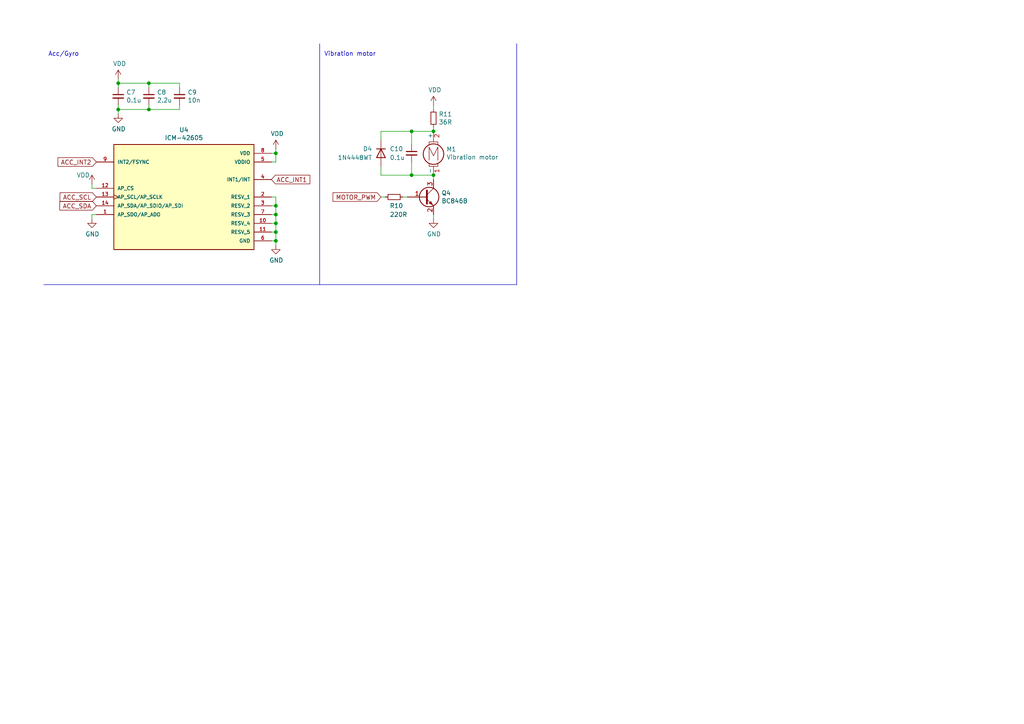
<source format=kicad_sch>
(kicad_sch (version 20230121) (generator eeschema)

  (uuid 6beab481-2447-4ebd-b325-cc8ec36ed2e2)

  (paper "A4")

  (title_block
    (title "Misc.")
  )

  (lib_symbols
    (symbol "Device:C_Small" (pin_numbers hide) (pin_names (offset 0.254) hide) (in_bom yes) (on_board yes)
      (property "Reference" "C" (at 0.254 1.778 0)
        (effects (font (size 1.27 1.27)) (justify left))
      )
      (property "Value" "C_Small" (at 0.254 -2.032 0)
        (effects (font (size 1.27 1.27)) (justify left))
      )
      (property "Footprint" "" (at 0 0 0)
        (effects (font (size 1.27 1.27)) hide)
      )
      (property "Datasheet" "~" (at 0 0 0)
        (effects (font (size 1.27 1.27)) hide)
      )
      (property "ki_keywords" "capacitor cap" (at 0 0 0)
        (effects (font (size 1.27 1.27)) hide)
      )
      (property "ki_description" "Unpolarized capacitor, small symbol" (at 0 0 0)
        (effects (font (size 1.27 1.27)) hide)
      )
      (property "ki_fp_filters" "C_*" (at 0 0 0)
        (effects (font (size 1.27 1.27)) hide)
      )
      (symbol "C_Small_0_1"
        (polyline
          (pts
            (xy -1.524 -0.508)
            (xy 1.524 -0.508)
          )
          (stroke (width 0.3302) (type default))
          (fill (type none))
        )
        (polyline
          (pts
            (xy -1.524 0.508)
            (xy 1.524 0.508)
          )
          (stroke (width 0.3048) (type default))
          (fill (type none))
        )
      )
      (symbol "C_Small_1_1"
        (pin passive line (at 0 2.54 270) (length 2.032)
          (name "~" (effects (font (size 1.27 1.27))))
          (number "1" (effects (font (size 1.27 1.27))))
        )
        (pin passive line (at 0 -2.54 90) (length 2.032)
          (name "~" (effects (font (size 1.27 1.27))))
          (number "2" (effects (font (size 1.27 1.27))))
        )
      )
    )
    (symbol "Device:D" (pin_numbers hide) (pin_names (offset 1.016) hide) (in_bom yes) (on_board yes)
      (property "Reference" "D" (at 0 2.54 0)
        (effects (font (size 1.27 1.27)))
      )
      (property "Value" "D" (at 0 -2.54 0)
        (effects (font (size 1.27 1.27)))
      )
      (property "Footprint" "" (at 0 0 0)
        (effects (font (size 1.27 1.27)) hide)
      )
      (property "Datasheet" "~" (at 0 0 0)
        (effects (font (size 1.27 1.27)) hide)
      )
      (property "Sim.Device" "D" (at 0 0 0)
        (effects (font (size 1.27 1.27)) hide)
      )
      (property "Sim.Pins" "1=K 2=A" (at 0 0 0)
        (effects (font (size 1.27 1.27)) hide)
      )
      (property "ki_keywords" "diode" (at 0 0 0)
        (effects (font (size 1.27 1.27)) hide)
      )
      (property "ki_description" "Diode" (at 0 0 0)
        (effects (font (size 1.27 1.27)) hide)
      )
      (property "ki_fp_filters" "TO-???* *_Diode_* *SingleDiode* D_*" (at 0 0 0)
        (effects (font (size 1.27 1.27)) hide)
      )
      (symbol "D_0_1"
        (polyline
          (pts
            (xy -1.27 1.27)
            (xy -1.27 -1.27)
          )
          (stroke (width 0.254) (type default))
          (fill (type none))
        )
        (polyline
          (pts
            (xy 1.27 0)
            (xy -1.27 0)
          )
          (stroke (width 0) (type default))
          (fill (type none))
        )
        (polyline
          (pts
            (xy 1.27 1.27)
            (xy 1.27 -1.27)
            (xy -1.27 0)
            (xy 1.27 1.27)
          )
          (stroke (width 0.254) (type default))
          (fill (type none))
        )
      )
      (symbol "D_1_1"
        (pin passive line (at -3.81 0 0) (length 2.54)
          (name "K" (effects (font (size 1.27 1.27))))
          (number "1" (effects (font (size 1.27 1.27))))
        )
        (pin passive line (at 3.81 0 180) (length 2.54)
          (name "A" (effects (font (size 1.27 1.27))))
          (number "2" (effects (font (size 1.27 1.27))))
        )
      )
    )
    (symbol "Device:Q_NPN_BEC" (pin_names (offset 0) hide) (in_bom yes) (on_board yes)
      (property "Reference" "Q" (at 5.08 1.27 0)
        (effects (font (size 1.27 1.27)) (justify left))
      )
      (property "Value" "Q_NPN_BEC" (at 5.08 -1.27 0)
        (effects (font (size 1.27 1.27)) (justify left))
      )
      (property "Footprint" "" (at 5.08 2.54 0)
        (effects (font (size 1.27 1.27)) hide)
      )
      (property "Datasheet" "~" (at 0 0 0)
        (effects (font (size 1.27 1.27)) hide)
      )
      (property "ki_keywords" "transistor NPN" (at 0 0 0)
        (effects (font (size 1.27 1.27)) hide)
      )
      (property "ki_description" "NPN transistor, base/emitter/collector" (at 0 0 0)
        (effects (font (size 1.27 1.27)) hide)
      )
      (symbol "Q_NPN_BEC_0_1"
        (polyline
          (pts
            (xy 0.635 0.635)
            (xy 2.54 2.54)
          )
          (stroke (width 0) (type default))
          (fill (type none))
        )
        (polyline
          (pts
            (xy 0.635 -0.635)
            (xy 2.54 -2.54)
            (xy 2.54 -2.54)
          )
          (stroke (width 0) (type default))
          (fill (type none))
        )
        (polyline
          (pts
            (xy 0.635 1.905)
            (xy 0.635 -1.905)
            (xy 0.635 -1.905)
          )
          (stroke (width 0.508) (type default))
          (fill (type none))
        )
        (polyline
          (pts
            (xy 1.27 -1.778)
            (xy 1.778 -1.27)
            (xy 2.286 -2.286)
            (xy 1.27 -1.778)
            (xy 1.27 -1.778)
          )
          (stroke (width 0) (type default))
          (fill (type outline))
        )
        (circle (center 1.27 0) (radius 2.8194)
          (stroke (width 0.254) (type default))
          (fill (type none))
        )
      )
      (symbol "Q_NPN_BEC_1_1"
        (pin input line (at -5.08 0 0) (length 5.715)
          (name "B" (effects (font (size 1.27 1.27))))
          (number "1" (effects (font (size 1.27 1.27))))
        )
        (pin passive line (at 2.54 -5.08 90) (length 2.54)
          (name "E" (effects (font (size 1.27 1.27))))
          (number "2" (effects (font (size 1.27 1.27))))
        )
        (pin passive line (at 2.54 5.08 270) (length 2.54)
          (name "C" (effects (font (size 1.27 1.27))))
          (number "3" (effects (font (size 1.27 1.27))))
        )
      )
    )
    (symbol "Device:R_Small" (pin_numbers hide) (pin_names (offset 0.254) hide) (in_bom yes) (on_board yes)
      (property "Reference" "R" (at 0.762 0.508 0)
        (effects (font (size 1.27 1.27)) (justify left))
      )
      (property "Value" "R_Small" (at 0.762 -1.016 0)
        (effects (font (size 1.27 1.27)) (justify left))
      )
      (property "Footprint" "" (at 0 0 0)
        (effects (font (size 1.27 1.27)) hide)
      )
      (property "Datasheet" "~" (at 0 0 0)
        (effects (font (size 1.27 1.27)) hide)
      )
      (property "ki_keywords" "R resistor" (at 0 0 0)
        (effects (font (size 1.27 1.27)) hide)
      )
      (property "ki_description" "Resistor, small symbol" (at 0 0 0)
        (effects (font (size 1.27 1.27)) hide)
      )
      (property "ki_fp_filters" "R_*" (at 0 0 0)
        (effects (font (size 1.27 1.27)) hide)
      )
      (symbol "R_Small_0_1"
        (rectangle (start -0.762 1.778) (end 0.762 -1.778)
          (stroke (width 0.2032) (type default))
          (fill (type none))
        )
      )
      (symbol "R_Small_1_1"
        (pin passive line (at 0 2.54 270) (length 0.762)
          (name "~" (effects (font (size 1.27 1.27))))
          (number "1" (effects (font (size 1.27 1.27))))
        )
        (pin passive line (at 0 -2.54 90) (length 0.762)
          (name "~" (effects (font (size 1.27 1.27))))
          (number "2" (effects (font (size 1.27 1.27))))
        )
      )
    )
    (symbol "power:GND" (power) (pin_names (offset 0)) (in_bom yes) (on_board yes)
      (property "Reference" "#PWR" (at 0 -6.35 0)
        (effects (font (size 1.27 1.27)) hide)
      )
      (property "Value" "GND" (at 0 -3.81 0)
        (effects (font (size 1.27 1.27)))
      )
      (property "Footprint" "" (at 0 0 0)
        (effects (font (size 1.27 1.27)) hide)
      )
      (property "Datasheet" "" (at 0 0 0)
        (effects (font (size 1.27 1.27)) hide)
      )
      (property "ki_keywords" "global power" (at 0 0 0)
        (effects (font (size 1.27 1.27)) hide)
      )
      (property "ki_description" "Power symbol creates a global label with name \"GND\" , ground" (at 0 0 0)
        (effects (font (size 1.27 1.27)) hide)
      )
      (symbol "GND_0_1"
        (polyline
          (pts
            (xy 0 0)
            (xy 0 -1.27)
            (xy 1.27 -1.27)
            (xy 0 -2.54)
            (xy -1.27 -1.27)
            (xy 0 -1.27)
          )
          (stroke (width 0) (type default))
          (fill (type none))
        )
      )
      (symbol "GND_1_1"
        (pin power_in line (at 0 0 270) (length 0) hide
          (name "GND" (effects (font (size 1.27 1.27))))
          (number "1" (effects (font (size 1.27 1.27))))
        )
      )
    )
    (symbol "power:VDD" (power) (pin_names (offset 0)) (in_bom yes) (on_board yes)
      (property "Reference" "#PWR" (at 0 -3.81 0)
        (effects (font (size 1.27 1.27)) hide)
      )
      (property "Value" "VDD" (at 0 3.81 0)
        (effects (font (size 1.27 1.27)))
      )
      (property "Footprint" "" (at 0 0 0)
        (effects (font (size 1.27 1.27)) hide)
      )
      (property "Datasheet" "" (at 0 0 0)
        (effects (font (size 1.27 1.27)) hide)
      )
      (property "ki_keywords" "global power" (at 0 0 0)
        (effects (font (size 1.27 1.27)) hide)
      )
      (property "ki_description" "Power symbol creates a global label with name \"VDD\"" (at 0 0 0)
        (effects (font (size 1.27 1.27)) hide)
      )
      (symbol "VDD_0_1"
        (polyline
          (pts
            (xy -0.762 1.27)
            (xy 0 2.54)
          )
          (stroke (width 0) (type default))
          (fill (type none))
        )
        (polyline
          (pts
            (xy 0 0)
            (xy 0 2.54)
          )
          (stroke (width 0) (type default))
          (fill (type none))
        )
        (polyline
          (pts
            (xy 0 2.54)
            (xy 0.762 1.27)
          )
          (stroke (width 0) (type default))
          (fill (type none))
        )
      )
      (symbol "VDD_1_1"
        (pin power_in line (at 0 0 90) (length 0) hide
          (name "VDD" (effects (font (size 1.27 1.27))))
          (number "1" (effects (font (size 1.27 1.27))))
        )
      )
    )
    (symbol "smartwatch:ICM-42605" (pin_names (offset 1.016)) (in_bom yes) (on_board yes)
      (property "Reference" "U" (at -20.32 15.24 0)
        (effects (font (size 1.27 1.27)) (justify left bottom))
      )
      (property "Value" "ICM-42605" (at -20.32 -17.78 0)
        (effects (font (size 1.27 1.27)) (justify left bottom))
      )
      (property "Footprint" "PQFN50P300X250X97-14N" (at 0 0 0)
        (effects (font (size 1.27 1.27)) (justify left bottom) hide)
      )
      (property "Datasheet" "" (at 0 0 0)
        (effects (font (size 1.27 1.27)) (justify left bottom) hide)
      )
      (property "MANUFACTURER" "TDK Corporation" (at 0 0 0)
        (effects (font (size 1.27 1.27)) (justify left bottom) hide)
      )
      (property "STANDARD" "IPC 7351B" (at 0 0 0)
        (effects (font (size 1.27 1.27)) (justify left bottom) hide)
      )
      (property "PARTREV" "0.4" (at 0 0 0)
        (effects (font (size 1.27 1.27)) (justify left bottom) hide)
      )
      (property "ki_locked" "" (at 0 0 0)
        (effects (font (size 1.27 1.27)))
      )
      (symbol "ICM-42605_0_0"
        (rectangle (start -20.32 -15.24) (end 20.32 15.24)
          (stroke (width 0.254) (type solid))
          (fill (type background))
        )
        (pin output line (at -25.4 -5.08 0) (length 5.08)
          (name "AP_SDO/AP_ADO" (effects (font (size 1.016 1.016))))
          (number "1" (effects (font (size 1.016 1.016))))
        )
        (pin bidirectional line (at 25.4 -7.62 180) (length 5.08)
          (name "RESV_4" (effects (font (size 1.016 1.016))))
          (number "10" (effects (font (size 1.016 1.016))))
        )
        (pin bidirectional line (at 25.4 -10.16 180) (length 5.08)
          (name "RESV_5" (effects (font (size 1.016 1.016))))
          (number "11" (effects (font (size 1.016 1.016))))
        )
        (pin input line (at -25.4 2.54 0) (length 5.08)
          (name "AP_CS" (effects (font (size 1.016 1.016))))
          (number "12" (effects (font (size 1.016 1.016))))
        )
        (pin input clock (at -25.4 0 0) (length 5.08)
          (name "AP_SCL/AP_SCLK" (effects (font (size 1.016 1.016))))
          (number "13" (effects (font (size 1.016 1.016))))
        )
        (pin bidirectional line (at -25.4 -2.54 0) (length 5.08)
          (name "AP_SDA/AP_SDIO/AP_SDI" (effects (font (size 1.016 1.016))))
          (number "14" (effects (font (size 1.016 1.016))))
        )
        (pin bidirectional line (at 25.4 0 180) (length 5.08)
          (name "RESV_1" (effects (font (size 1.016 1.016))))
          (number "2" (effects (font (size 1.016 1.016))))
        )
        (pin bidirectional line (at 25.4 -2.54 180) (length 5.08)
          (name "RESV_2" (effects (font (size 1.016 1.016))))
          (number "3" (effects (font (size 1.016 1.016))))
        )
        (pin output line (at 25.4 5.08 180) (length 5.08)
          (name "INT1/INT" (effects (font (size 1.016 1.016))))
          (number "4" (effects (font (size 1.016 1.016))))
        )
        (pin power_in line (at 25.4 10.16 180) (length 5.08)
          (name "VDDIO" (effects (font (size 1.016 1.016))))
          (number "5" (effects (font (size 1.016 1.016))))
        )
        (pin power_in line (at 25.4 -12.7 180) (length 5.08)
          (name "GND" (effects (font (size 1.016 1.016))))
          (number "6" (effects (font (size 1.016 1.016))))
        )
        (pin bidirectional line (at 25.4 -5.08 180) (length 5.08)
          (name "RESV_3" (effects (font (size 1.016 1.016))))
          (number "7" (effects (font (size 1.016 1.016))))
        )
        (pin power_in line (at 25.4 12.7 180) (length 5.08)
          (name "VDD" (effects (font (size 1.016 1.016))))
          (number "8" (effects (font (size 1.016 1.016))))
        )
        (pin bidirectional line (at -25.4 10.16 0) (length 5.08)
          (name "INT2/FSYNC" (effects (font (size 1.016 1.016))))
          (number "9" (effects (font (size 1.016 1.016))))
        )
      )
    )
    (symbol "smartwatch:Vibration_Motor" (pin_names (offset 0)) (in_bom yes) (on_board yes)
      (property "Reference" "M" (at 2.54 2.54 0)
        (effects (font (size 1.27 1.27)) (justify left))
      )
      (property "Value" "Vibration_Motor" (at 2.54 -5.08 0)
        (effects (font (size 1.27 1.27)) (justify left top))
      )
      (property "Footprint" "" (at 0 -2.286 0)
        (effects (font (size 1.27 1.27)) hide)
      )
      (property "Datasheet" "~" (at 0 -2.286 0)
        (effects (font (size 1.27 1.27)) hide)
      )
      (property "ki_keywords" "DC Motor" (at 0 0 0)
        (effects (font (size 1.27 1.27)) hide)
      )
      (property "ki_description" "DC Motor, alternative symbol" (at 0 0 0)
        (effects (font (size 1.27 1.27)) hide)
      )
      (property "ki_fp_filters" "PinHeader*P2.54mm* TerminalBlock*" (at 0 0 0)
        (effects (font (size 1.27 1.27)) hide)
      )
      (symbol "Vibration_Motor_0_0"
        (circle (center 0 -1.524) (radius 2.9718)
          (stroke (width 0.254) (type solid))
          (fill (type none))
        )
        (polyline
          (pts
            (xy -1.27 -4.318)
            (xy -1.27 -5.08)
            (xy 1.27 -5.08)
            (xy 1.27 -4.318)
          )
          (stroke (width 0) (type solid))
          (fill (type none))
        )
        (polyline
          (pts
            (xy -1.27 1.27)
            (xy -1.27 2.032)
            (xy 1.27 2.032)
            (xy 1.27 1.27)
          )
          (stroke (width 0) (type solid))
          (fill (type none))
        )
        (polyline
          (pts
            (xy -1.27 -3.302)
            (xy -1.27 0.508)
            (xy 0 -2.032)
            (xy 1.27 0.508)
            (xy 1.27 -3.302)
          )
          (stroke (width 0) (type solid))
          (fill (type none))
        )
      )
      (symbol "Vibration_Motor_0_1"
        (polyline
          (pts
            (xy 0 2.032)
            (xy 0 2.54)
          )
          (stroke (width 0) (type solid))
          (fill (type none))
        )
      )
      (symbol "Vibration_Motor_1_1"
        (pin passive line (at 0 -7.62 90) (length 2.54)
          (name "-" (effects (font (size 1.27 1.27))))
          (number "1" (effects (font (size 1.27 1.27))))
        )
        (pin passive line (at 0 5.08 270) (length 2.54)
          (name "+" (effects (font (size 1.27 1.27))))
          (number "2" (effects (font (size 1.27 1.27))))
        )
      )
    )
  )

  (junction (at 43.18 31.75) (diameter 0) (color 0 0 0 0)
    (uuid 1e5b65a9-6915-46ff-8e6c-2a6a36feafb3)
  )
  (junction (at 80.01 62.23) (diameter 0) (color 0 0 0 0)
    (uuid 21b10abc-ab88-4521-bef6-8ed44e506bf0)
  )
  (junction (at 34.29 24.13) (diameter 0) (color 0 0 0 0)
    (uuid 5969d6e7-eb47-468f-b18f-c58d3e0174da)
  )
  (junction (at 34.29 31.75) (diameter 0) (color 0 0 0 0)
    (uuid 6414e136-caff-4d91-a008-451aee6f21c4)
  )
  (junction (at 119.38 50.8) (diameter 0) (color 0 0 0 0)
    (uuid 66099dc1-6dd6-4fc0-aa9a-b05a5bf70697)
  )
  (junction (at 119.38 38.1) (diameter 0) (color 0 0 0 0)
    (uuid 6e6dd6e4-c505-46ff-9d9a-98952aa011dd)
  )
  (junction (at 43.18 24.13) (diameter 0) (color 0 0 0 0)
    (uuid 775bc70c-1fb6-4365-9deb-2611f928fbf4)
  )
  (junction (at 80.01 64.77) (diameter 0) (color 0 0 0 0)
    (uuid 7acd964f-1b05-4877-990f-4f7df50e3894)
  )
  (junction (at 80.01 44.45) (diameter 0) (color 0 0 0 0)
    (uuid 865cb7dd-03cb-42c3-a60e-705a463621ad)
  )
  (junction (at 125.73 38.1) (diameter 0) (color 0 0 0 0)
    (uuid 93a7b713-e43e-4ae2-bea5-e43f398754f1)
  )
  (junction (at 80.01 69.85) (diameter 0) (color 0 0 0 0)
    (uuid 974f6609-64fd-4654-a7ba-4f170b9d2bb8)
  )
  (junction (at 80.01 67.31) (diameter 0) (color 0 0 0 0)
    (uuid 9f3f5a74-136f-4c66-b373-074e3c58d843)
  )
  (junction (at 125.73 50.8) (diameter 0) (color 0 0 0 0)
    (uuid adaca260-466a-4c44-8342-fac565f6340f)
  )
  (junction (at 80.01 59.69) (diameter 0) (color 0 0 0 0)
    (uuid dfbc8e8a-c77e-435c-887d-963cffaabf08)
  )

  (wire (pts (xy 125.73 50.8) (xy 125.73 52.07))
    (stroke (width 0) (type default))
    (uuid 01876659-dccd-491c-b3f8-dbedbd3f2f3c)
  )
  (wire (pts (xy 110.49 50.8) (xy 110.49 48.26))
    (stroke (width 0) (type default))
    (uuid 0aaa94b5-9d1a-438d-b652-7e53f339e96c)
  )
  (wire (pts (xy 26.67 54.61) (xy 27.94 54.61))
    (stroke (width 0) (type default))
    (uuid 0bdc93cd-daf6-440a-b03f-7267a8005f96)
  )
  (wire (pts (xy 27.94 62.23) (xy 26.67 62.23))
    (stroke (width 0) (type default))
    (uuid 11b041e4-e95c-47b6-9789-155bb8cc0fa6)
  )
  (wire (pts (xy 80.01 67.31) (xy 80.01 69.85))
    (stroke (width 0) (type default))
    (uuid 12765702-a9a7-4cc6-a150-22f124b453a2)
  )
  (wire (pts (xy 78.74 44.45) (xy 80.01 44.45))
    (stroke (width 0) (type default))
    (uuid 16163179-9516-4bae-ada6-c6c7b69d45f8)
  )
  (wire (pts (xy 119.38 50.8) (xy 110.49 50.8))
    (stroke (width 0) (type default))
    (uuid 19bc5dc5-89d4-4f59-bd37-4882a62ce510)
  )
  (wire (pts (xy 78.74 64.77) (xy 80.01 64.77))
    (stroke (width 0) (type default))
    (uuid 1d212086-9fb1-4cb5-ad35-f99da25f1e76)
  )
  (wire (pts (xy 119.38 46.99) (xy 119.38 50.8))
    (stroke (width 0) (type default))
    (uuid 22e3b140-b670-4584-803f-7dae41a14437)
  )
  (wire (pts (xy 34.29 25.4) (xy 34.29 24.13))
    (stroke (width 0) (type default))
    (uuid 26179c50-7f96-496d-8e79-eeb79c84898d)
  )
  (wire (pts (xy 78.74 62.23) (xy 80.01 62.23))
    (stroke (width 0) (type default))
    (uuid 279fac92-9cf4-4d71-b5db-93a0bf6e58c2)
  )
  (wire (pts (xy 80.01 44.45) (xy 80.01 43.18))
    (stroke (width 0) (type default))
    (uuid 47c8b135-2120-4412-ba32-dc92cac7c825)
  )
  (wire (pts (xy 43.18 24.13) (xy 52.07 24.13))
    (stroke (width 0) (type default))
    (uuid 493348de-7757-44d2-aa72-e01afdcf21c1)
  )
  (polyline (pts (xy 149.86 82.55) (xy 149.86 12.7))
    (stroke (width 0) (type default))
    (uuid 49fb48b6-7243-47b4-b587-40c94b2c0068)
  )

  (wire (pts (xy 80.01 46.99) (xy 78.74 46.99))
    (stroke (width 0) (type default))
    (uuid 57268db7-a30f-48c7-a412-b27c92a5a9f4)
  )
  (wire (pts (xy 110.49 38.1) (xy 110.49 40.64))
    (stroke (width 0) (type default))
    (uuid 57555317-3b18-4a3a-a7d6-3b1fc2625bca)
  )
  (wire (pts (xy 78.74 67.31) (xy 80.01 67.31))
    (stroke (width 0) (type default))
    (uuid 628ba976-b6ec-4687-9f11-6505cb89e2ae)
  )
  (wire (pts (xy 78.74 59.69) (xy 80.01 59.69))
    (stroke (width 0) (type default))
    (uuid 630255fb-50ef-4b51-bc7a-16d567ed212f)
  )
  (wire (pts (xy 34.29 33.02) (xy 34.29 31.75))
    (stroke (width 0) (type default))
    (uuid 65efb51c-7b56-4a80-aea8-fc03cc698548)
  )
  (wire (pts (xy 78.74 57.15) (xy 80.01 57.15))
    (stroke (width 0) (type default))
    (uuid 719c0af4-4923-4361-aeef-85b3553cb467)
  )
  (wire (pts (xy 111.76 57.15) (xy 110.49 57.15))
    (stroke (width 0) (type default))
    (uuid 758d6aa2-08a4-4497-a097-6d2b25986c4d)
  )
  (wire (pts (xy 118.11 57.15) (xy 116.84 57.15))
    (stroke (width 0) (type default))
    (uuid 75b1924f-9f8a-4e1b-9f53-b6ffa5427ba6)
  )
  (wire (pts (xy 80.01 59.69) (xy 80.01 62.23))
    (stroke (width 0) (type default))
    (uuid 76ee8ba4-260f-4419-99e4-693712931d4c)
  )
  (wire (pts (xy 34.29 24.13) (xy 43.18 24.13))
    (stroke (width 0) (type default))
    (uuid 78014fd7-b0f2-456e-8979-d84366cd747a)
  )
  (wire (pts (xy 80.01 64.77) (xy 80.01 67.31))
    (stroke (width 0) (type default))
    (uuid 792f8148-2710-40e6-829d-507a93b3b691)
  )
  (wire (pts (xy 43.18 30.48) (xy 43.18 31.75))
    (stroke (width 0) (type default))
    (uuid 7a57fc11-b5a0-4c2d-a82e-4b2021032d25)
  )
  (wire (pts (xy 125.73 30.48) (xy 125.73 31.75))
    (stroke (width 0) (type default))
    (uuid 8070d469-9370-48e5-b166-484ec4c1b772)
  )
  (wire (pts (xy 80.01 69.85) (xy 80.01 71.12))
    (stroke (width 0) (type default))
    (uuid 85f851c0-172c-4a15-b895-a87e2e5b98f5)
  )
  (wire (pts (xy 34.29 31.75) (xy 34.29 30.48))
    (stroke (width 0) (type default))
    (uuid 885a6477-2a3e-41c0-92c3-ee9712921a71)
  )
  (wire (pts (xy 125.73 62.23) (xy 125.73 63.5))
    (stroke (width 0) (type default))
    (uuid 9c189778-632a-48bc-b6ca-98c1f747aa6a)
  )
  (wire (pts (xy 52.07 31.75) (xy 52.07 30.48))
    (stroke (width 0) (type default))
    (uuid a8528790-47ff-451d-902c-d037d0138b74)
  )
  (polyline (pts (xy 12.7 82.55) (xy 149.86 82.55))
    (stroke (width 0) (type default))
    (uuid ad15cc1f-f1ba-48c2-a4b4-826ade87e45c)
  )

  (wire (pts (xy 80.01 62.23) (xy 80.01 64.77))
    (stroke (width 0) (type default))
    (uuid add4c7b6-9d40-4c6e-ad70-5e4dca274a43)
  )
  (wire (pts (xy 43.18 31.75) (xy 52.07 31.75))
    (stroke (width 0) (type default))
    (uuid b9de7966-846d-4f94-86e6-3e2e23dea4bf)
  )
  (wire (pts (xy 119.38 41.91) (xy 119.38 38.1))
    (stroke (width 0) (type default))
    (uuid bfb991a2-5c8a-41de-b8fc-897782050d22)
  )
  (wire (pts (xy 119.38 38.1) (xy 110.49 38.1))
    (stroke (width 0) (type default))
    (uuid c5266151-996b-4433-8019-55082cb744a8)
  )
  (wire (pts (xy 52.07 24.13) (xy 52.07 25.4))
    (stroke (width 0) (type default))
    (uuid c9871bc0-74ca-45ae-a0ff-497b892bab7b)
  )
  (wire (pts (xy 80.01 57.15) (xy 80.01 59.69))
    (stroke (width 0) (type default))
    (uuid c9d4038a-e15b-4f77-80cc-2eac84231e53)
  )
  (wire (pts (xy 119.38 38.1) (xy 125.73 38.1))
    (stroke (width 0) (type default))
    (uuid c9dea398-2f08-43c8-8baf-322a2f9af41f)
  )
  (wire (pts (xy 34.29 31.75) (xy 43.18 31.75))
    (stroke (width 0) (type default))
    (uuid d71a8aa0-ba90-480f-81d2-7cc2edcd02b9)
  )
  (polyline (pts (xy 92.71 82.55) (xy 92.71 12.7))
    (stroke (width 0) (type default))
    (uuid dad3a5cd-5a5b-4f69-a684-e9c72da587a3)
  )

  (wire (pts (xy 43.18 24.13) (xy 43.18 25.4))
    (stroke (width 0) (type default))
    (uuid dc3e89a8-2205-4983-b3dd-a3e5d165a883)
  )
  (wire (pts (xy 78.74 69.85) (xy 80.01 69.85))
    (stroke (width 0) (type default))
    (uuid e864e62b-0e6d-428a-bcad-ffcdf6238ece)
  )
  (wire (pts (xy 26.67 62.23) (xy 26.67 63.5))
    (stroke (width 0) (type default))
    (uuid ee89c6c9-e2c3-47e0-8c43-0144fc745204)
  )
  (wire (pts (xy 80.01 44.45) (xy 80.01 46.99))
    (stroke (width 0) (type default))
    (uuid f1890624-acaf-461b-a99c-23529c64eaef)
  )
  (wire (pts (xy 34.29 22.86) (xy 34.29 24.13))
    (stroke (width 0) (type default))
    (uuid f1a186ec-339c-4caa-8b1d-83e1b6c591e4)
  )
  (wire (pts (xy 125.73 36.83) (xy 125.73 38.1))
    (stroke (width 0) (type default))
    (uuid f22a99cf-6b5d-4743-a979-9b1669b29404)
  )
  (wire (pts (xy 26.67 53.34) (xy 26.67 54.61))
    (stroke (width 0) (type default))
    (uuid f406a8bb-dbf3-435d-bcfe-0901d8667ca0)
  )
  (wire (pts (xy 125.73 50.8) (xy 119.38 50.8))
    (stroke (width 0) (type default))
    (uuid fcf89830-2f32-48f7-99c6-6c194fcb81be)
  )

  (text "Acc/Gyro" (at 13.97 16.51 0)
    (effects (font (size 1.27 1.27)) (justify left bottom))
    (uuid 0813c58c-1937-4598-91bc-0ee9da4731e2)
  )
  (text "Vibration motor" (at 93.98 16.51 0)
    (effects (font (size 1.27 1.27)) (justify left bottom))
    (uuid 842f563d-97ae-4fb2-87c2-6630eef10592)
  )

  (global_label "ACC_INT1" (shape input) (at 78.74 52.07 0)
    (effects (font (size 1.27 1.27)) (justify left))
    (uuid 31bd2ace-3534-4ee2-9856-0c4973052fc2)
    (property "Intersheetrefs" "${INTERSHEET_REFS}" (at 78.74 52.07 0)
      (effects (font (size 1.27 1.27)) hide)
    )
  )
  (global_label "ACC_SCL" (shape input) (at 27.94 57.15 180)
    (effects (font (size 1.27 1.27)) (justify right))
    (uuid 64dd4810-f49e-4c9a-97d0-069daf8935ab)
    (property "Intersheetrefs" "${INTERSHEET_REFS}" (at 27.94 57.15 0)
      (effects (font (size 1.27 1.27)) hide)
    )
  )
  (global_label "ACC_SDA" (shape input) (at 27.94 59.69 180)
    (effects (font (size 1.27 1.27)) (justify right))
    (uuid 95d2e12f-47a1-4038-9baf-fcd88899bd90)
    (property "Intersheetrefs" "${INTERSHEET_REFS}" (at 27.94 59.69 0)
      (effects (font (size 1.27 1.27)) hide)
    )
  )
  (global_label "MOTOR_PWM" (shape input) (at 110.49 57.15 180)
    (effects (font (size 1.27 1.27)) (justify right))
    (uuid b9f89b8b-aea6-4791-87f1-8c5a971f4803)
    (property "Intersheetrefs" "${INTERSHEET_REFS}" (at 110.49 57.15 0)
      (effects (font (size 1.27 1.27)) hide)
    )
  )
  (global_label "ACC_INT2" (shape input) (at 27.94 46.99 180)
    (effects (font (size 1.27 1.27)) (justify right))
    (uuid d4d7ec65-4ea7-47f7-b83e-34e8c94b985a)
    (property "Intersheetrefs" "${INTERSHEET_REFS}" (at 27.94 46.99 0)
      (effects (font (size 1.27 1.27)) hide)
    )
  )

  (symbol (lib_id "smartwatch:Vibration_Motor") (at 125.73 43.18 0) (unit 1)
    (in_bom yes) (on_board yes) (dnp no)
    (uuid 00000000-0000-0000-0000-000060c4729c)
    (property "Reference" "M1" (at 129.4638 43.2816 0)
      (effects (font (size 1.27 1.27)) (justify left))
    )
    (property "Value" "Vibration motor" (at 129.4638 45.593 0)
      (effects (font (size 1.27 1.27)) (justify left))
    )
    (property "Footprint" "smartwatch:Battery_Pads" (at 125.73 45.466 0)
      (effects (font (size 1.27 1.27)) hide)
    )
    (property "Datasheet" "~" (at 125.73 45.466 0)
      (effects (font (size 1.27 1.27)) hide)
    )
    (pin "1" (uuid 2ca5906c-2bb9-4449-a5a7-1e98b32557cd))
    (pin "2" (uuid 256d65c2-904f-43f0-8590-ed3a4522f5e9))
    (instances
      (project "SmartWatch"
        (path "/6a040108-939a-4ebd-8207-895e1f432dc7/00000000-0000-0000-0000-000060c3efbc"
          (reference "M1") (unit 1)
        )
      )
    )
  )

  (symbol (lib_id "Device:R_Small") (at 125.73 34.29 0) (unit 1)
    (in_bom yes) (on_board yes) (dnp no)
    (uuid 00000000-0000-0000-0000-000060c472a2)
    (property "Reference" "R11" (at 127.2286 33.1216 0)
      (effects (font (size 1.27 1.27)) (justify left))
    )
    (property "Value" "36R" (at 127.2286 35.433 0)
      (effects (font (size 1.27 1.27)) (justify left))
    )
    (property "Footprint" "Resistor_SMD:R_0603_1608Metric" (at 125.73 34.29 0)
      (effects (font (size 1.27 1.27)) hide)
    )
    (property "Datasheet" "~" (at 125.73 34.29 0)
      (effects (font (size 1.27 1.27)) hide)
    )
    (pin "1" (uuid 56659102-992d-4235-b2ed-9c50f0fcc8dc))
    (pin "2" (uuid b572bdab-9cec-4103-8075-c01f98defb33))
    (instances
      (project "SmartWatch"
        (path "/6a040108-939a-4ebd-8207-895e1f432dc7/00000000-0000-0000-0000-000060c3efbc"
          (reference "R11") (unit 1)
        )
      )
    )
  )

  (symbol (lib_id "power:VDD") (at 125.73 30.48 0) (unit 1)
    (in_bom yes) (on_board yes) (dnp no)
    (uuid 00000000-0000-0000-0000-000060c472a9)
    (property "Reference" "#PWR040" (at 125.73 34.29 0)
      (effects (font (size 1.27 1.27)) hide)
    )
    (property "Value" "VDD" (at 126.111 26.0858 0)
      (effects (font (size 1.27 1.27)))
    )
    (property "Footprint" "" (at 125.73 30.48 0)
      (effects (font (size 1.27 1.27)) hide)
    )
    (property "Datasheet" "" (at 125.73 30.48 0)
      (effects (font (size 1.27 1.27)) hide)
    )
    (pin "1" (uuid deabafda-e48e-40ee-bba1-e2687286ec98))
  )

  (symbol (lib_id "Device:Q_NPN_BEC") (at 123.19 57.15 0) (unit 1)
    (in_bom yes) (on_board yes) (dnp no)
    (uuid 00000000-0000-0000-0000-000060c472b0)
    (property "Reference" "Q4" (at 128.0414 55.9816 0)
      (effects (font (size 1.27 1.27)) (justify left))
    )
    (property "Value" "BC846B" (at 128.0414 58.293 0)
      (effects (font (size 1.27 1.27)) (justify left))
    )
    (property "Footprint" "Package_TO_SOT_SMD:SOT-23" (at 128.27 54.61 0)
      (effects (font (size 1.27 1.27)) hide)
    )
    (property "Datasheet" "https://4donline.ihs.com/images/VipMasterIC/IC/DIOD/DIODS20710/DIODS20710-1.pdf?hkey=52A5661711E402568146F3353EA87419" (at 123.19 57.15 0)
      (effects (font (size 1.27 1.27)) hide)
    )
    (pin "1" (uuid d226d7aa-3b82-4a6f-9277-d771686e01af))
    (pin "2" (uuid 97190b05-9d21-4819-945d-f9f4f4c20a92))
    (pin "3" (uuid 68452b9f-b570-4750-8d8b-1f2aed73ea5a))
    (instances
      (project "SmartWatch"
        (path "/6a040108-939a-4ebd-8207-895e1f432dc7/00000000-0000-0000-0000-000060c3efbc"
          (reference "Q4") (unit 1)
        )
      )
    )
  )

  (symbol (lib_id "Device:R_Small") (at 114.3 57.15 270) (unit 1)
    (in_bom yes) (on_board yes) (dnp no)
    (uuid 00000000-0000-0000-0000-000060c472b7)
    (property "Reference" "R10" (at 113.03 59.69 90)
      (effects (font (size 1.27 1.27)) (justify left))
    )
    (property "Value" "220R" (at 113.03 62.23 90)
      (effects (font (size 1.27 1.27)) (justify left))
    )
    (property "Footprint" "Resistor_SMD:R_0402_1005Metric" (at 114.3 57.15 0)
      (effects (font (size 1.27 1.27)) hide)
    )
    (property "Datasheet" "~" (at 114.3 57.15 0)
      (effects (font (size 1.27 1.27)) hide)
    )
    (pin "1" (uuid cd0c461a-946f-4ebe-8f7e-f818f143661b))
    (pin "2" (uuid b6e0c178-c9b2-4890-a345-99ca519ce0c2))
    (instances
      (project "SmartWatch"
        (path "/6a040108-939a-4ebd-8207-895e1f432dc7/00000000-0000-0000-0000-000060c3efbc"
          (reference "R10") (unit 1)
        )
      )
    )
  )

  (symbol (lib_id "power:GND") (at 125.73 63.5 0) (unit 1)
    (in_bom yes) (on_board yes) (dnp no)
    (uuid 00000000-0000-0000-0000-000060c472c0)
    (property "Reference" "#PWR041" (at 125.73 69.85 0)
      (effects (font (size 1.27 1.27)) hide)
    )
    (property "Value" "GND" (at 125.857 67.8942 0)
      (effects (font (size 1.27 1.27)))
    )
    (property "Footprint" "" (at 125.73 63.5 0)
      (effects (font (size 1.27 1.27)) hide)
    )
    (property "Datasheet" "" (at 125.73 63.5 0)
      (effects (font (size 1.27 1.27)) hide)
    )
    (pin "1" (uuid b8ec4132-dfcb-4dce-953b-ed2bc90bd57d))
  )

  (symbol (lib_id "Device:D") (at 110.49 44.45 270) (unit 1)
    (in_bom yes) (on_board yes) (dnp no)
    (uuid 00000000-0000-0000-0000-000060c472c7)
    (property "Reference" "D4" (at 107.95 43.18 90)
      (effects (font (size 1.27 1.27)) (justify right))
    )
    (property "Value" "1N4448WT" (at 107.95 45.72 90)
      (effects (font (size 1.27 1.27)) (justify right))
    )
    (property "Footprint" "smartwatch:SOD-523F" (at 110.49 44.45 0)
      (effects (font (size 1.27 1.27)) hide)
    )
    (property "Datasheet" "https://www.mouser.ee/datasheet/2/308/1N914BWT_D-2309108.pdf" (at 110.49 44.45 0)
      (effects (font (size 1.27 1.27)) hide)
    )
    (pin "1" (uuid 24544018-aadd-4c4b-a346-7f243e137f93))
    (pin "2" (uuid 694b8d04-ffac-42e9-97df-1b46b167e17c))
    (instances
      (project "SmartWatch"
        (path "/6a040108-939a-4ebd-8207-895e1f432dc7/00000000-0000-0000-0000-000060c3efbc"
          (reference "D4") (unit 1)
        )
      )
    )
  )

  (symbol (lib_id "Device:C_Small") (at 119.38 44.45 0) (unit 1)
    (in_bom yes) (on_board yes) (dnp no)
    (uuid 00000000-0000-0000-0000-000060c472cd)
    (property "Reference" "C10" (at 113.03 43.18 0)
      (effects (font (size 1.27 1.27)) (justify left))
    )
    (property "Value" "0.1u" (at 113.03 45.72 0)
      (effects (font (size 1.27 1.27)) (justify left))
    )
    (property "Footprint" "Capacitor_SMD:C_0603_1608Metric" (at 119.38 44.45 0)
      (effects (font (size 1.27 1.27)) hide)
    )
    (property "Datasheet" "~" (at 119.38 44.45 0)
      (effects (font (size 1.27 1.27)) hide)
    )
    (pin "1" (uuid c08b7b33-0943-4231-8767-12fbbd581449))
    (pin "2" (uuid 0bc526b4-00bc-4081-a887-79646ffd8628))
    (instances
      (project "SmartWatch"
        (path "/6a040108-939a-4ebd-8207-895e1f432dc7/00000000-0000-0000-0000-000060c3efbc"
          (reference "C10") (unit 1)
        )
      )
    )
  )

  (symbol (lib_id "smartwatch:ICM-42605") (at 53.34 57.15 0) (unit 1)
    (in_bom yes) (on_board yes) (dnp no)
    (uuid 00000000-0000-0000-0000-000060c472e2)
    (property "Reference" "U4" (at 53.34 37.6682 0)
      (effects (font (size 1.27 1.27)))
    )
    (property "Value" "ICM-42605" (at 53.34 39.9796 0)
      (effects (font (size 1.27 1.27)))
    )
    (property "Footprint" "smartwatch:PQFN50P300X250X97-14N" (at 53.34 57.15 0)
      (effects (font (size 1.27 1.27)) (justify left bottom) hide)
    )
    (property "Datasheet" "https://3cfeqx1hf82y3xcoull08ihx-wpengine.netdna-ssl.com/wp-content/uploads/2020/09/DS-000292-ICM-42605-v1.5.pdf" (at 53.34 57.15 0)
      (effects (font (size 1.27 1.27)) (justify left bottom) hide)
    )
    (property "MANUFACTURER" "TDK Corporation" (at 53.34 57.15 0)
      (effects (font (size 1.27 1.27)) (justify left bottom) hide)
    )
    (property "STANDARD" "IPC 7351B" (at 53.34 57.15 0)
      (effects (font (size 1.27 1.27)) (justify left bottom) hide)
    )
    (property "PARTREV" "0.4" (at 53.34 57.15 0)
      (effects (font (size 1.27 1.27)) (justify left bottom) hide)
    )
    (pin "1" (uuid 5df7663c-ef86-4642-b859-f3d0bca50564))
    (pin "10" (uuid e5e00448-9af0-4bfe-a013-25fc87c279d2))
    (pin "11" (uuid ca5654c8-7cf1-4ad2-abe1-0ac622dd3bc9))
    (pin "12" (uuid ae3bc849-d64c-40c2-a03d-bdc1ed218edc))
    (pin "13" (uuid f00d03cd-5ef8-4d41-8a53-85ef1dffe336))
    (pin "14" (uuid 95cc34ca-7059-4417-8146-9c65f309675e))
    (pin "2" (uuid 43c9254a-ae7b-4e4f-a4da-5a0822905044))
    (pin "3" (uuid ae3d3200-7c5e-4e51-b0d9-e2d983eb6219))
    (pin "4" (uuid f38c6d3c-1768-4243-8884-18c3c8b38a45))
    (pin "5" (uuid 59cd15d9-6b60-44a8-8cc8-3c7f7c5fc3bd))
    (pin "6" (uuid ab384473-880d-47aa-a395-fc1e6338ef48))
    (pin "7" (uuid f9a2e1c1-0de8-49be-be7d-934b25ad0531))
    (pin "8" (uuid e469c858-655b-448a-a012-bfed80b9a0c1))
    (pin "9" (uuid c2fa0ab0-79c6-4648-89d9-724a1a283dd3))
    (instances
      (project "SmartWatch"
        (path "/6a040108-939a-4ebd-8207-895e1f432dc7/00000000-0000-0000-0000-000060c3efbc"
          (reference "U4") (unit 1)
        )
      )
    )
  )

  (symbol (lib_id "power:GND") (at 80.01 71.12 0) (unit 1)
    (in_bom yes) (on_board yes) (dnp no)
    (uuid 00000000-0000-0000-0000-000060c472e8)
    (property "Reference" "#PWR039" (at 80.01 77.47 0)
      (effects (font (size 1.27 1.27)) hide)
    )
    (property "Value" "GND" (at 80.137 75.5142 0)
      (effects (font (size 1.27 1.27)))
    )
    (property "Footprint" "" (at 80.01 71.12 0)
      (effects (font (size 1.27 1.27)) hide)
    )
    (property "Datasheet" "" (at 80.01 71.12 0)
      (effects (font (size 1.27 1.27)) hide)
    )
    (pin "1" (uuid e114d36b-8d7c-4085-8afa-787dd172effa))
  )

  (symbol (lib_id "power:GND") (at 26.67 63.5 0) (unit 1)
    (in_bom yes) (on_board yes) (dnp no)
    (uuid 00000000-0000-0000-0000-000060c47301)
    (property "Reference" "#PWR035" (at 26.67 69.85 0)
      (effects (font (size 1.27 1.27)) hide)
    )
    (property "Value" "GND" (at 26.797 67.8942 0)
      (effects (font (size 1.27 1.27)))
    )
    (property "Footprint" "" (at 26.67 63.5 0)
      (effects (font (size 1.27 1.27)) hide)
    )
    (property "Datasheet" "" (at 26.67 63.5 0)
      (effects (font (size 1.27 1.27)) hide)
    )
    (pin "1" (uuid c781b20d-8e03-46d9-9bcf-bebf3d994d08))
  )

  (symbol (lib_id "power:VDD") (at 80.01 43.18 0) (unit 1)
    (in_bom yes) (on_board yes) (dnp no)
    (uuid 00000000-0000-0000-0000-000060c47309)
    (property "Reference" "#PWR038" (at 80.01 46.99 0)
      (effects (font (size 1.27 1.27)) hide)
    )
    (property "Value" "VDD" (at 80.391 38.7858 0)
      (effects (font (size 1.27 1.27)))
    )
    (property "Footprint" "" (at 80.01 43.18 0)
      (effects (font (size 1.27 1.27)) hide)
    )
    (property "Datasheet" "" (at 80.01 43.18 0)
      (effects (font (size 1.27 1.27)) hide)
    )
    (pin "1" (uuid dd1017cf-c2b6-445d-968a-e2e5591fcbc6))
  )

  (symbol (lib_id "power:VDD") (at 34.29 22.86 0) (unit 1)
    (in_bom yes) (on_board yes) (dnp no)
    (uuid 00000000-0000-0000-0000-000060c47314)
    (property "Reference" "#PWR036" (at 34.29 26.67 0)
      (effects (font (size 1.27 1.27)) hide)
    )
    (property "Value" "VDD" (at 34.671 18.4658 0)
      (effects (font (size 1.27 1.27)))
    )
    (property "Footprint" "" (at 34.29 22.86 0)
      (effects (font (size 1.27 1.27)) hide)
    )
    (property "Datasheet" "" (at 34.29 22.86 0)
      (effects (font (size 1.27 1.27)) hide)
    )
    (pin "1" (uuid 66bbda52-20ea-4348-9d88-b43c779efe41))
  )

  (symbol (lib_id "power:GND") (at 34.29 33.02 0) (unit 1)
    (in_bom yes) (on_board yes) (dnp no)
    (uuid 00000000-0000-0000-0000-000060c4731a)
    (property "Reference" "#PWR037" (at 34.29 39.37 0)
      (effects (font (size 1.27 1.27)) hide)
    )
    (property "Value" "GND" (at 34.417 37.4142 0)
      (effects (font (size 1.27 1.27)))
    )
    (property "Footprint" "" (at 34.29 33.02 0)
      (effects (font (size 1.27 1.27)) hide)
    )
    (property "Datasheet" "" (at 34.29 33.02 0)
      (effects (font (size 1.27 1.27)) hide)
    )
    (pin "1" (uuid 607429c8-735f-438e-aeb5-59b154756798))
  )

  (symbol (lib_id "Device:C_Small") (at 34.29 27.94 0) (unit 1)
    (in_bom yes) (on_board yes) (dnp no)
    (uuid 00000000-0000-0000-0000-000060c47320)
    (property "Reference" "C7" (at 36.6268 26.7716 0)
      (effects (font (size 1.27 1.27)) (justify left))
    )
    (property "Value" "0.1u" (at 36.6268 29.083 0)
      (effects (font (size 1.27 1.27)) (justify left))
    )
    (property "Footprint" "Capacitor_SMD:C_0402_1005Metric" (at 34.29 27.94 0)
      (effects (font (size 1.27 1.27)) hide)
    )
    (property "Datasheet" "~" (at 34.29 27.94 0)
      (effects (font (size 1.27 1.27)) hide)
    )
    (pin "1" (uuid fd820ba3-5731-4d3c-9ff3-4891df7623a7))
    (pin "2" (uuid 9b86a3dd-a13c-42a0-8610-f53eb43b23ef))
    (instances
      (project "SmartWatch"
        (path "/6a040108-939a-4ebd-8207-895e1f432dc7/00000000-0000-0000-0000-000060c3efbc"
          (reference "C7") (unit 1)
        )
      )
    )
  )

  (symbol (lib_id "Device:C_Small") (at 43.18 27.94 0) (unit 1)
    (in_bom yes) (on_board yes) (dnp no)
    (uuid 00000000-0000-0000-0000-000060c47326)
    (property "Reference" "C8" (at 45.5168 26.7716 0)
      (effects (font (size 1.27 1.27)) (justify left))
    )
    (property "Value" "2.2u" (at 45.5168 29.083 0)
      (effects (font (size 1.27 1.27)) (justify left))
    )
    (property "Footprint" "Capacitor_SMD:C_0402_1005Metric" (at 43.18 27.94 0)
      (effects (font (size 1.27 1.27)) hide)
    )
    (property "Datasheet" "~" (at 43.18 27.94 0)
      (effects (font (size 1.27 1.27)) hide)
    )
    (pin "1" (uuid 21615d80-3fae-481a-8fbf-445d896aca48))
    (pin "2" (uuid 0942c73c-b03a-44d2-bc1c-58d3a91e7060))
    (instances
      (project "SmartWatch"
        (path "/6a040108-939a-4ebd-8207-895e1f432dc7/00000000-0000-0000-0000-000060c3efbc"
          (reference "C8") (unit 1)
        )
      )
    )
  )

  (symbol (lib_id "Device:C_Small") (at 52.07 27.94 0) (unit 1)
    (in_bom yes) (on_board yes) (dnp no)
    (uuid 00000000-0000-0000-0000-000060c4732c)
    (property "Reference" "C9" (at 54.4068 26.7716 0)
      (effects (font (size 1.27 1.27)) (justify left))
    )
    (property "Value" "10n" (at 54.4068 29.083 0)
      (effects (font (size 1.27 1.27)) (justify left))
    )
    (property "Footprint" "Capacitor_SMD:C_0402_1005Metric" (at 52.07 27.94 0)
      (effects (font (size 1.27 1.27)) hide)
    )
    (property "Datasheet" "~" (at 52.07 27.94 0)
      (effects (font (size 1.27 1.27)) hide)
    )
    (pin "1" (uuid df538186-478b-462a-9253-b4699995423e))
    (pin "2" (uuid e7043260-5f2f-4bde-97d6-ad3e6d476bba))
    (instances
      (project "SmartWatch"
        (path "/6a040108-939a-4ebd-8207-895e1f432dc7/00000000-0000-0000-0000-000060c3efbc"
          (reference "C9") (unit 1)
        )
      )
    )
  )

  (symbol (lib_id "power:VDD") (at 26.67 53.34 0) (unit 1)
    (in_bom yes) (on_board yes) (dnp no)
    (uuid 00000000-0000-0000-0000-000060c47342)
    (property "Reference" "#PWR034" (at 26.67 57.15 0)
      (effects (font (size 1.27 1.27)) hide)
    )
    (property "Value" "VDD" (at 24.13 50.8 0)
      (effects (font (size 1.27 1.27)))
    )
    (property "Footprint" "" (at 26.67 53.34 0)
      (effects (font (size 1.27 1.27)) hide)
    )
    (property "Datasheet" "" (at 26.67 53.34 0)
      (effects (font (size 1.27 1.27)) hide)
    )
    (pin "1" (uuid 1a2674dc-79b3-4040-bfcf-c1efa6d22c73))
  )
)

</source>
